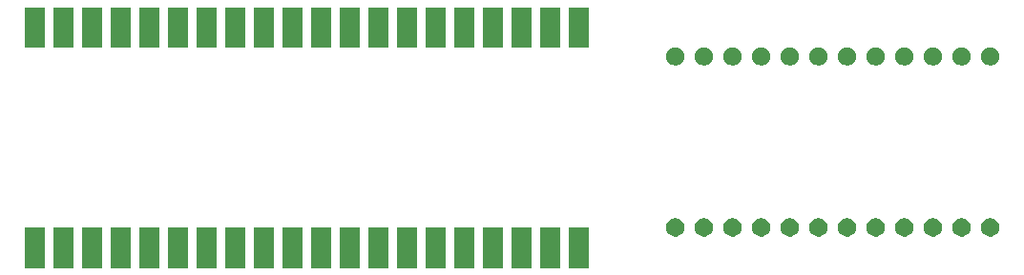
<source format=gbr>
G04 #@! TF.GenerationSoftware,KiCad,Pcbnew,(5.1.6-0-10_14)*
G04 #@! TF.CreationDate,2022-05-05T21:05:38+09:00*
G04 #@! TF.ProjectId,cool640x2,636f6f6c-3634-4307-9832-2e6b69636164,rev?*
G04 #@! TF.SameCoordinates,Original*
G04 #@! TF.FileFunction,Soldermask,Bot*
G04 #@! TF.FilePolarity,Negative*
%FSLAX46Y46*%
G04 Gerber Fmt 4.6, Leading zero omitted, Abs format (unit mm)*
G04 Created by KiCad (PCBNEW (5.1.6-0-10_14)) date 2022-05-05 21:05:38*
%MOMM*%
%LPD*%
G01*
G04 APERTURE LIST*
%ADD10C,0.100000*%
G04 APERTURE END LIST*
D10*
G36*
X113731000Y-102661000D02*
G01*
X111929000Y-102661000D01*
X111929000Y-99059000D01*
X113731000Y-99059000D01*
X113731000Y-102661000D01*
G37*
G36*
X111191000Y-102661000D02*
G01*
X109389000Y-102661000D01*
X109389000Y-99059000D01*
X111191000Y-99059000D01*
X111191000Y-102661000D01*
G37*
G36*
X108651000Y-102661000D02*
G01*
X106849000Y-102661000D01*
X106849000Y-99059000D01*
X108651000Y-99059000D01*
X108651000Y-102661000D01*
G37*
G36*
X106111000Y-102661000D02*
G01*
X104309000Y-102661000D01*
X104309000Y-99059000D01*
X106111000Y-99059000D01*
X106111000Y-102661000D01*
G37*
G36*
X103571000Y-102661000D02*
G01*
X101769000Y-102661000D01*
X101769000Y-99059000D01*
X103571000Y-99059000D01*
X103571000Y-102661000D01*
G37*
G36*
X101031000Y-102661000D02*
G01*
X99229000Y-102661000D01*
X99229000Y-99059000D01*
X101031000Y-99059000D01*
X101031000Y-102661000D01*
G37*
G36*
X98491000Y-102661000D02*
G01*
X96689000Y-102661000D01*
X96689000Y-99059000D01*
X98491000Y-99059000D01*
X98491000Y-102661000D01*
G37*
G36*
X95951000Y-102661000D02*
G01*
X94149000Y-102661000D01*
X94149000Y-99059000D01*
X95951000Y-99059000D01*
X95951000Y-102661000D01*
G37*
G36*
X93411000Y-102661000D02*
G01*
X91609000Y-102661000D01*
X91609000Y-99059000D01*
X93411000Y-99059000D01*
X93411000Y-102661000D01*
G37*
G36*
X90871000Y-102661000D02*
G01*
X89069000Y-102661000D01*
X89069000Y-99059000D01*
X90871000Y-99059000D01*
X90871000Y-102661000D01*
G37*
G36*
X88331000Y-102661000D02*
G01*
X86529000Y-102661000D01*
X86529000Y-99059000D01*
X88331000Y-99059000D01*
X88331000Y-102661000D01*
G37*
G36*
X85791000Y-102661000D02*
G01*
X83989000Y-102661000D01*
X83989000Y-99059000D01*
X85791000Y-99059000D01*
X85791000Y-102661000D01*
G37*
G36*
X83251000Y-102661000D02*
G01*
X81449000Y-102661000D01*
X81449000Y-99059000D01*
X83251000Y-99059000D01*
X83251000Y-102661000D01*
G37*
G36*
X80711000Y-102661000D02*
G01*
X78909000Y-102661000D01*
X78909000Y-99059000D01*
X80711000Y-99059000D01*
X80711000Y-102661000D01*
G37*
G36*
X78171000Y-102661000D02*
G01*
X76369000Y-102661000D01*
X76369000Y-99059000D01*
X78171000Y-99059000D01*
X78171000Y-102661000D01*
G37*
G36*
X75631000Y-102661000D02*
G01*
X73829000Y-102661000D01*
X73829000Y-99059000D01*
X75631000Y-99059000D01*
X75631000Y-102661000D01*
G37*
G36*
X73091000Y-102661000D02*
G01*
X71289000Y-102661000D01*
X71289000Y-99059000D01*
X73091000Y-99059000D01*
X73091000Y-102661000D01*
G37*
G36*
X70551000Y-102661000D02*
G01*
X68749000Y-102661000D01*
X68749000Y-99059000D01*
X70551000Y-99059000D01*
X70551000Y-102661000D01*
G37*
G36*
X68011000Y-102661000D02*
G01*
X66209000Y-102661000D01*
X66209000Y-99059000D01*
X68011000Y-99059000D01*
X68011000Y-102661000D01*
G37*
G36*
X65471000Y-102661000D02*
G01*
X63669000Y-102661000D01*
X63669000Y-99059000D01*
X65471000Y-99059000D01*
X65471000Y-102661000D01*
G37*
G36*
X121599142Y-98276842D02*
G01*
X121747101Y-98338129D01*
X121880255Y-98427099D01*
X121993501Y-98540345D01*
X122082471Y-98673499D01*
X122143758Y-98821458D01*
X122175000Y-98978525D01*
X122175000Y-99138675D01*
X122143758Y-99295742D01*
X122082471Y-99443701D01*
X121993501Y-99576855D01*
X121880255Y-99690101D01*
X121747101Y-99779071D01*
X121599142Y-99840358D01*
X121442075Y-99871600D01*
X121281925Y-99871600D01*
X121124858Y-99840358D01*
X120976899Y-99779071D01*
X120843745Y-99690101D01*
X120730499Y-99576855D01*
X120641529Y-99443701D01*
X120580242Y-99295742D01*
X120549000Y-99138675D01*
X120549000Y-98978525D01*
X120580242Y-98821458D01*
X120641529Y-98673499D01*
X120730499Y-98540345D01*
X120843745Y-98427099D01*
X120976899Y-98338129D01*
X121124858Y-98276842D01*
X121281925Y-98245600D01*
X121442075Y-98245600D01*
X121599142Y-98276842D01*
G37*
G36*
X124139142Y-98276842D02*
G01*
X124287101Y-98338129D01*
X124420255Y-98427099D01*
X124533501Y-98540345D01*
X124622471Y-98673499D01*
X124683758Y-98821458D01*
X124715000Y-98978525D01*
X124715000Y-99138675D01*
X124683758Y-99295742D01*
X124622471Y-99443701D01*
X124533501Y-99576855D01*
X124420255Y-99690101D01*
X124287101Y-99779071D01*
X124139142Y-99840358D01*
X123982075Y-99871600D01*
X123821925Y-99871600D01*
X123664858Y-99840358D01*
X123516899Y-99779071D01*
X123383745Y-99690101D01*
X123270499Y-99576855D01*
X123181529Y-99443701D01*
X123120242Y-99295742D01*
X123089000Y-99138675D01*
X123089000Y-98978525D01*
X123120242Y-98821458D01*
X123181529Y-98673499D01*
X123270499Y-98540345D01*
X123383745Y-98427099D01*
X123516899Y-98338129D01*
X123664858Y-98276842D01*
X123821925Y-98245600D01*
X123982075Y-98245600D01*
X124139142Y-98276842D01*
G37*
G36*
X149539142Y-98276842D02*
G01*
X149687101Y-98338129D01*
X149820255Y-98427099D01*
X149933501Y-98540345D01*
X150022471Y-98673499D01*
X150083758Y-98821458D01*
X150115000Y-98978525D01*
X150115000Y-99138675D01*
X150083758Y-99295742D01*
X150022471Y-99443701D01*
X149933501Y-99576855D01*
X149820255Y-99690101D01*
X149687101Y-99779071D01*
X149539142Y-99840358D01*
X149382075Y-99871600D01*
X149221925Y-99871600D01*
X149064858Y-99840358D01*
X148916899Y-99779071D01*
X148783745Y-99690101D01*
X148670499Y-99576855D01*
X148581529Y-99443701D01*
X148520242Y-99295742D01*
X148489000Y-99138675D01*
X148489000Y-98978525D01*
X148520242Y-98821458D01*
X148581529Y-98673499D01*
X148670499Y-98540345D01*
X148783745Y-98427099D01*
X148916899Y-98338129D01*
X149064858Y-98276842D01*
X149221925Y-98245600D01*
X149382075Y-98245600D01*
X149539142Y-98276842D01*
G37*
G36*
X126679142Y-98276842D02*
G01*
X126827101Y-98338129D01*
X126960255Y-98427099D01*
X127073501Y-98540345D01*
X127162471Y-98673499D01*
X127223758Y-98821458D01*
X127255000Y-98978525D01*
X127255000Y-99138675D01*
X127223758Y-99295742D01*
X127162471Y-99443701D01*
X127073501Y-99576855D01*
X126960255Y-99690101D01*
X126827101Y-99779071D01*
X126679142Y-99840358D01*
X126522075Y-99871600D01*
X126361925Y-99871600D01*
X126204858Y-99840358D01*
X126056899Y-99779071D01*
X125923745Y-99690101D01*
X125810499Y-99576855D01*
X125721529Y-99443701D01*
X125660242Y-99295742D01*
X125629000Y-99138675D01*
X125629000Y-98978525D01*
X125660242Y-98821458D01*
X125721529Y-98673499D01*
X125810499Y-98540345D01*
X125923745Y-98427099D01*
X126056899Y-98338129D01*
X126204858Y-98276842D01*
X126361925Y-98245600D01*
X126522075Y-98245600D01*
X126679142Y-98276842D01*
G37*
G36*
X129219142Y-98276842D02*
G01*
X129367101Y-98338129D01*
X129500255Y-98427099D01*
X129613501Y-98540345D01*
X129702471Y-98673499D01*
X129763758Y-98821458D01*
X129795000Y-98978525D01*
X129795000Y-99138675D01*
X129763758Y-99295742D01*
X129702471Y-99443701D01*
X129613501Y-99576855D01*
X129500255Y-99690101D01*
X129367101Y-99779071D01*
X129219142Y-99840358D01*
X129062075Y-99871600D01*
X128901925Y-99871600D01*
X128744858Y-99840358D01*
X128596899Y-99779071D01*
X128463745Y-99690101D01*
X128350499Y-99576855D01*
X128261529Y-99443701D01*
X128200242Y-99295742D01*
X128169000Y-99138675D01*
X128169000Y-98978525D01*
X128200242Y-98821458D01*
X128261529Y-98673499D01*
X128350499Y-98540345D01*
X128463745Y-98427099D01*
X128596899Y-98338129D01*
X128744858Y-98276842D01*
X128901925Y-98245600D01*
X129062075Y-98245600D01*
X129219142Y-98276842D01*
G37*
G36*
X131759142Y-98276842D02*
G01*
X131907101Y-98338129D01*
X132040255Y-98427099D01*
X132153501Y-98540345D01*
X132242471Y-98673499D01*
X132303758Y-98821458D01*
X132335000Y-98978525D01*
X132335000Y-99138675D01*
X132303758Y-99295742D01*
X132242471Y-99443701D01*
X132153501Y-99576855D01*
X132040255Y-99690101D01*
X131907101Y-99779071D01*
X131759142Y-99840358D01*
X131602075Y-99871600D01*
X131441925Y-99871600D01*
X131284858Y-99840358D01*
X131136899Y-99779071D01*
X131003745Y-99690101D01*
X130890499Y-99576855D01*
X130801529Y-99443701D01*
X130740242Y-99295742D01*
X130709000Y-99138675D01*
X130709000Y-98978525D01*
X130740242Y-98821458D01*
X130801529Y-98673499D01*
X130890499Y-98540345D01*
X131003745Y-98427099D01*
X131136899Y-98338129D01*
X131284858Y-98276842D01*
X131441925Y-98245600D01*
X131602075Y-98245600D01*
X131759142Y-98276842D01*
G37*
G36*
X134299142Y-98276842D02*
G01*
X134447101Y-98338129D01*
X134580255Y-98427099D01*
X134693501Y-98540345D01*
X134782471Y-98673499D01*
X134843758Y-98821458D01*
X134875000Y-98978525D01*
X134875000Y-99138675D01*
X134843758Y-99295742D01*
X134782471Y-99443701D01*
X134693501Y-99576855D01*
X134580255Y-99690101D01*
X134447101Y-99779071D01*
X134299142Y-99840358D01*
X134142075Y-99871600D01*
X133981925Y-99871600D01*
X133824858Y-99840358D01*
X133676899Y-99779071D01*
X133543745Y-99690101D01*
X133430499Y-99576855D01*
X133341529Y-99443701D01*
X133280242Y-99295742D01*
X133249000Y-99138675D01*
X133249000Y-98978525D01*
X133280242Y-98821458D01*
X133341529Y-98673499D01*
X133430499Y-98540345D01*
X133543745Y-98427099D01*
X133676899Y-98338129D01*
X133824858Y-98276842D01*
X133981925Y-98245600D01*
X134142075Y-98245600D01*
X134299142Y-98276842D01*
G37*
G36*
X136839142Y-98276842D02*
G01*
X136987101Y-98338129D01*
X137120255Y-98427099D01*
X137233501Y-98540345D01*
X137322471Y-98673499D01*
X137383758Y-98821458D01*
X137415000Y-98978525D01*
X137415000Y-99138675D01*
X137383758Y-99295742D01*
X137322471Y-99443701D01*
X137233501Y-99576855D01*
X137120255Y-99690101D01*
X136987101Y-99779071D01*
X136839142Y-99840358D01*
X136682075Y-99871600D01*
X136521925Y-99871600D01*
X136364858Y-99840358D01*
X136216899Y-99779071D01*
X136083745Y-99690101D01*
X135970499Y-99576855D01*
X135881529Y-99443701D01*
X135820242Y-99295742D01*
X135789000Y-99138675D01*
X135789000Y-98978525D01*
X135820242Y-98821458D01*
X135881529Y-98673499D01*
X135970499Y-98540345D01*
X136083745Y-98427099D01*
X136216899Y-98338129D01*
X136364858Y-98276842D01*
X136521925Y-98245600D01*
X136682075Y-98245600D01*
X136839142Y-98276842D01*
G37*
G36*
X139379142Y-98276842D02*
G01*
X139527101Y-98338129D01*
X139660255Y-98427099D01*
X139773501Y-98540345D01*
X139862471Y-98673499D01*
X139923758Y-98821458D01*
X139955000Y-98978525D01*
X139955000Y-99138675D01*
X139923758Y-99295742D01*
X139862471Y-99443701D01*
X139773501Y-99576855D01*
X139660255Y-99690101D01*
X139527101Y-99779071D01*
X139379142Y-99840358D01*
X139222075Y-99871600D01*
X139061925Y-99871600D01*
X138904858Y-99840358D01*
X138756899Y-99779071D01*
X138623745Y-99690101D01*
X138510499Y-99576855D01*
X138421529Y-99443701D01*
X138360242Y-99295742D01*
X138329000Y-99138675D01*
X138329000Y-98978525D01*
X138360242Y-98821458D01*
X138421529Y-98673499D01*
X138510499Y-98540345D01*
X138623745Y-98427099D01*
X138756899Y-98338129D01*
X138904858Y-98276842D01*
X139061925Y-98245600D01*
X139222075Y-98245600D01*
X139379142Y-98276842D01*
G37*
G36*
X141919142Y-98276842D02*
G01*
X142067101Y-98338129D01*
X142200255Y-98427099D01*
X142313501Y-98540345D01*
X142402471Y-98673499D01*
X142463758Y-98821458D01*
X142495000Y-98978525D01*
X142495000Y-99138675D01*
X142463758Y-99295742D01*
X142402471Y-99443701D01*
X142313501Y-99576855D01*
X142200255Y-99690101D01*
X142067101Y-99779071D01*
X141919142Y-99840358D01*
X141762075Y-99871600D01*
X141601925Y-99871600D01*
X141444858Y-99840358D01*
X141296899Y-99779071D01*
X141163745Y-99690101D01*
X141050499Y-99576855D01*
X140961529Y-99443701D01*
X140900242Y-99295742D01*
X140869000Y-99138675D01*
X140869000Y-98978525D01*
X140900242Y-98821458D01*
X140961529Y-98673499D01*
X141050499Y-98540345D01*
X141163745Y-98427099D01*
X141296899Y-98338129D01*
X141444858Y-98276842D01*
X141601925Y-98245600D01*
X141762075Y-98245600D01*
X141919142Y-98276842D01*
G37*
G36*
X144459142Y-98276842D02*
G01*
X144607101Y-98338129D01*
X144740255Y-98427099D01*
X144853501Y-98540345D01*
X144942471Y-98673499D01*
X145003758Y-98821458D01*
X145035000Y-98978525D01*
X145035000Y-99138675D01*
X145003758Y-99295742D01*
X144942471Y-99443701D01*
X144853501Y-99576855D01*
X144740255Y-99690101D01*
X144607101Y-99779071D01*
X144459142Y-99840358D01*
X144302075Y-99871600D01*
X144141925Y-99871600D01*
X143984858Y-99840358D01*
X143836899Y-99779071D01*
X143703745Y-99690101D01*
X143590499Y-99576855D01*
X143501529Y-99443701D01*
X143440242Y-99295742D01*
X143409000Y-99138675D01*
X143409000Y-98978525D01*
X143440242Y-98821458D01*
X143501529Y-98673499D01*
X143590499Y-98540345D01*
X143703745Y-98427099D01*
X143836899Y-98338129D01*
X143984858Y-98276842D01*
X144141925Y-98245600D01*
X144302075Y-98245600D01*
X144459142Y-98276842D01*
G37*
G36*
X146999142Y-98276842D02*
G01*
X147147101Y-98338129D01*
X147280255Y-98427099D01*
X147393501Y-98540345D01*
X147482471Y-98673499D01*
X147543758Y-98821458D01*
X147575000Y-98978525D01*
X147575000Y-99138675D01*
X147543758Y-99295742D01*
X147482471Y-99443701D01*
X147393501Y-99576855D01*
X147280255Y-99690101D01*
X147147101Y-99779071D01*
X146999142Y-99840358D01*
X146842075Y-99871600D01*
X146681925Y-99871600D01*
X146524858Y-99840358D01*
X146376899Y-99779071D01*
X146243745Y-99690101D01*
X146130499Y-99576855D01*
X146041529Y-99443701D01*
X145980242Y-99295742D01*
X145949000Y-99138675D01*
X145949000Y-98978525D01*
X145980242Y-98821458D01*
X146041529Y-98673499D01*
X146130499Y-98540345D01*
X146243745Y-98427099D01*
X146376899Y-98338129D01*
X146524858Y-98276842D01*
X146681925Y-98245600D01*
X146842075Y-98245600D01*
X146999142Y-98276842D01*
G37*
G36*
X131759142Y-83056842D02*
G01*
X131907101Y-83118129D01*
X132040255Y-83207099D01*
X132153501Y-83320345D01*
X132242471Y-83453499D01*
X132303758Y-83601458D01*
X132335000Y-83758525D01*
X132335000Y-83918675D01*
X132303758Y-84075742D01*
X132242471Y-84223701D01*
X132153501Y-84356855D01*
X132040255Y-84470101D01*
X131907101Y-84559071D01*
X131759142Y-84620358D01*
X131602075Y-84651600D01*
X131441925Y-84651600D01*
X131284858Y-84620358D01*
X131136899Y-84559071D01*
X131003745Y-84470101D01*
X130890499Y-84356855D01*
X130801529Y-84223701D01*
X130740242Y-84075742D01*
X130709000Y-83918675D01*
X130709000Y-83758525D01*
X130740242Y-83601458D01*
X130801529Y-83453499D01*
X130890499Y-83320345D01*
X131003745Y-83207099D01*
X131136899Y-83118129D01*
X131284858Y-83056842D01*
X131441925Y-83025600D01*
X131602075Y-83025600D01*
X131759142Y-83056842D01*
G37*
G36*
X134299142Y-83056842D02*
G01*
X134447101Y-83118129D01*
X134580255Y-83207099D01*
X134693501Y-83320345D01*
X134782471Y-83453499D01*
X134843758Y-83601458D01*
X134875000Y-83758525D01*
X134875000Y-83918675D01*
X134843758Y-84075742D01*
X134782471Y-84223701D01*
X134693501Y-84356855D01*
X134580255Y-84470101D01*
X134447101Y-84559071D01*
X134299142Y-84620358D01*
X134142075Y-84651600D01*
X133981925Y-84651600D01*
X133824858Y-84620358D01*
X133676899Y-84559071D01*
X133543745Y-84470101D01*
X133430499Y-84356855D01*
X133341529Y-84223701D01*
X133280242Y-84075742D01*
X133249000Y-83918675D01*
X133249000Y-83758525D01*
X133280242Y-83601458D01*
X133341529Y-83453499D01*
X133430499Y-83320345D01*
X133543745Y-83207099D01*
X133676899Y-83118129D01*
X133824858Y-83056842D01*
X133981925Y-83025600D01*
X134142075Y-83025600D01*
X134299142Y-83056842D01*
G37*
G36*
X136839142Y-83056842D02*
G01*
X136987101Y-83118129D01*
X137120255Y-83207099D01*
X137233501Y-83320345D01*
X137322471Y-83453499D01*
X137383758Y-83601458D01*
X137415000Y-83758525D01*
X137415000Y-83918675D01*
X137383758Y-84075742D01*
X137322471Y-84223701D01*
X137233501Y-84356855D01*
X137120255Y-84470101D01*
X136987101Y-84559071D01*
X136839142Y-84620358D01*
X136682075Y-84651600D01*
X136521925Y-84651600D01*
X136364858Y-84620358D01*
X136216899Y-84559071D01*
X136083745Y-84470101D01*
X135970499Y-84356855D01*
X135881529Y-84223701D01*
X135820242Y-84075742D01*
X135789000Y-83918675D01*
X135789000Y-83758525D01*
X135820242Y-83601458D01*
X135881529Y-83453499D01*
X135970499Y-83320345D01*
X136083745Y-83207099D01*
X136216899Y-83118129D01*
X136364858Y-83056842D01*
X136521925Y-83025600D01*
X136682075Y-83025600D01*
X136839142Y-83056842D01*
G37*
G36*
X139379142Y-83056842D02*
G01*
X139527101Y-83118129D01*
X139660255Y-83207099D01*
X139773501Y-83320345D01*
X139862471Y-83453499D01*
X139923758Y-83601458D01*
X139955000Y-83758525D01*
X139955000Y-83918675D01*
X139923758Y-84075742D01*
X139862471Y-84223701D01*
X139773501Y-84356855D01*
X139660255Y-84470101D01*
X139527101Y-84559071D01*
X139379142Y-84620358D01*
X139222075Y-84651600D01*
X139061925Y-84651600D01*
X138904858Y-84620358D01*
X138756899Y-84559071D01*
X138623745Y-84470101D01*
X138510499Y-84356855D01*
X138421529Y-84223701D01*
X138360242Y-84075742D01*
X138329000Y-83918675D01*
X138329000Y-83758525D01*
X138360242Y-83601458D01*
X138421529Y-83453499D01*
X138510499Y-83320345D01*
X138623745Y-83207099D01*
X138756899Y-83118129D01*
X138904858Y-83056842D01*
X139061925Y-83025600D01*
X139222075Y-83025600D01*
X139379142Y-83056842D01*
G37*
G36*
X141919142Y-83056842D02*
G01*
X142067101Y-83118129D01*
X142200255Y-83207099D01*
X142313501Y-83320345D01*
X142402471Y-83453499D01*
X142463758Y-83601458D01*
X142495000Y-83758525D01*
X142495000Y-83918675D01*
X142463758Y-84075742D01*
X142402471Y-84223701D01*
X142313501Y-84356855D01*
X142200255Y-84470101D01*
X142067101Y-84559071D01*
X141919142Y-84620358D01*
X141762075Y-84651600D01*
X141601925Y-84651600D01*
X141444858Y-84620358D01*
X141296899Y-84559071D01*
X141163745Y-84470101D01*
X141050499Y-84356855D01*
X140961529Y-84223701D01*
X140900242Y-84075742D01*
X140869000Y-83918675D01*
X140869000Y-83758525D01*
X140900242Y-83601458D01*
X140961529Y-83453499D01*
X141050499Y-83320345D01*
X141163745Y-83207099D01*
X141296899Y-83118129D01*
X141444858Y-83056842D01*
X141601925Y-83025600D01*
X141762075Y-83025600D01*
X141919142Y-83056842D01*
G37*
G36*
X144459142Y-83056842D02*
G01*
X144607101Y-83118129D01*
X144740255Y-83207099D01*
X144853501Y-83320345D01*
X144942471Y-83453499D01*
X145003758Y-83601458D01*
X145035000Y-83758525D01*
X145035000Y-83918675D01*
X145003758Y-84075742D01*
X144942471Y-84223701D01*
X144853501Y-84356855D01*
X144740255Y-84470101D01*
X144607101Y-84559071D01*
X144459142Y-84620358D01*
X144302075Y-84651600D01*
X144141925Y-84651600D01*
X143984858Y-84620358D01*
X143836899Y-84559071D01*
X143703745Y-84470101D01*
X143590499Y-84356855D01*
X143501529Y-84223701D01*
X143440242Y-84075742D01*
X143409000Y-83918675D01*
X143409000Y-83758525D01*
X143440242Y-83601458D01*
X143501529Y-83453499D01*
X143590499Y-83320345D01*
X143703745Y-83207099D01*
X143836899Y-83118129D01*
X143984858Y-83056842D01*
X144141925Y-83025600D01*
X144302075Y-83025600D01*
X144459142Y-83056842D01*
G37*
G36*
X146999142Y-83056842D02*
G01*
X147147101Y-83118129D01*
X147280255Y-83207099D01*
X147393501Y-83320345D01*
X147482471Y-83453499D01*
X147543758Y-83601458D01*
X147575000Y-83758525D01*
X147575000Y-83918675D01*
X147543758Y-84075742D01*
X147482471Y-84223701D01*
X147393501Y-84356855D01*
X147280255Y-84470101D01*
X147147101Y-84559071D01*
X146999142Y-84620358D01*
X146842075Y-84651600D01*
X146681925Y-84651600D01*
X146524858Y-84620358D01*
X146376899Y-84559071D01*
X146243745Y-84470101D01*
X146130499Y-84356855D01*
X146041529Y-84223701D01*
X145980242Y-84075742D01*
X145949000Y-83918675D01*
X145949000Y-83758525D01*
X145980242Y-83601458D01*
X146041529Y-83453499D01*
X146130499Y-83320345D01*
X146243745Y-83207099D01*
X146376899Y-83118129D01*
X146524858Y-83056842D01*
X146681925Y-83025600D01*
X146842075Y-83025600D01*
X146999142Y-83056842D01*
G37*
G36*
X149539142Y-83056842D02*
G01*
X149687101Y-83118129D01*
X149820255Y-83207099D01*
X149933501Y-83320345D01*
X150022471Y-83453499D01*
X150083758Y-83601458D01*
X150115000Y-83758525D01*
X150115000Y-83918675D01*
X150083758Y-84075742D01*
X150022471Y-84223701D01*
X149933501Y-84356855D01*
X149820255Y-84470101D01*
X149687101Y-84559071D01*
X149539142Y-84620358D01*
X149382075Y-84651600D01*
X149221925Y-84651600D01*
X149064858Y-84620358D01*
X148916899Y-84559071D01*
X148783745Y-84470101D01*
X148670499Y-84356855D01*
X148581529Y-84223701D01*
X148520242Y-84075742D01*
X148489000Y-83918675D01*
X148489000Y-83758525D01*
X148520242Y-83601458D01*
X148581529Y-83453499D01*
X148670499Y-83320345D01*
X148783745Y-83207099D01*
X148916899Y-83118129D01*
X149064858Y-83056842D01*
X149221925Y-83025600D01*
X149382075Y-83025600D01*
X149539142Y-83056842D01*
G37*
G36*
X124139142Y-83056842D02*
G01*
X124287101Y-83118129D01*
X124420255Y-83207099D01*
X124533501Y-83320345D01*
X124622471Y-83453499D01*
X124683758Y-83601458D01*
X124715000Y-83758525D01*
X124715000Y-83918675D01*
X124683758Y-84075742D01*
X124622471Y-84223701D01*
X124533501Y-84356855D01*
X124420255Y-84470101D01*
X124287101Y-84559071D01*
X124139142Y-84620358D01*
X123982075Y-84651600D01*
X123821925Y-84651600D01*
X123664858Y-84620358D01*
X123516899Y-84559071D01*
X123383745Y-84470101D01*
X123270499Y-84356855D01*
X123181529Y-84223701D01*
X123120242Y-84075742D01*
X123089000Y-83918675D01*
X123089000Y-83758525D01*
X123120242Y-83601458D01*
X123181529Y-83453499D01*
X123270499Y-83320345D01*
X123383745Y-83207099D01*
X123516899Y-83118129D01*
X123664858Y-83056842D01*
X123821925Y-83025600D01*
X123982075Y-83025600D01*
X124139142Y-83056842D01*
G37*
G36*
X126679142Y-83056842D02*
G01*
X126827101Y-83118129D01*
X126960255Y-83207099D01*
X127073501Y-83320345D01*
X127162471Y-83453499D01*
X127223758Y-83601458D01*
X127255000Y-83758525D01*
X127255000Y-83918675D01*
X127223758Y-84075742D01*
X127162471Y-84223701D01*
X127073501Y-84356855D01*
X126960255Y-84470101D01*
X126827101Y-84559071D01*
X126679142Y-84620358D01*
X126522075Y-84651600D01*
X126361925Y-84651600D01*
X126204858Y-84620358D01*
X126056899Y-84559071D01*
X125923745Y-84470101D01*
X125810499Y-84356855D01*
X125721529Y-84223701D01*
X125660242Y-84075742D01*
X125629000Y-83918675D01*
X125629000Y-83758525D01*
X125660242Y-83601458D01*
X125721529Y-83453499D01*
X125810499Y-83320345D01*
X125923745Y-83207099D01*
X126056899Y-83118129D01*
X126204858Y-83056842D01*
X126361925Y-83025600D01*
X126522075Y-83025600D01*
X126679142Y-83056842D01*
G37*
G36*
X129219142Y-83056842D02*
G01*
X129367101Y-83118129D01*
X129500255Y-83207099D01*
X129613501Y-83320345D01*
X129702471Y-83453499D01*
X129763758Y-83601458D01*
X129795000Y-83758525D01*
X129795000Y-83918675D01*
X129763758Y-84075742D01*
X129702471Y-84223701D01*
X129613501Y-84356855D01*
X129500255Y-84470101D01*
X129367101Y-84559071D01*
X129219142Y-84620358D01*
X129062075Y-84651600D01*
X128901925Y-84651600D01*
X128744858Y-84620358D01*
X128596899Y-84559071D01*
X128463745Y-84470101D01*
X128350499Y-84356855D01*
X128261529Y-84223701D01*
X128200242Y-84075742D01*
X128169000Y-83918675D01*
X128169000Y-83758525D01*
X128200242Y-83601458D01*
X128261529Y-83453499D01*
X128350499Y-83320345D01*
X128463745Y-83207099D01*
X128596899Y-83118129D01*
X128744858Y-83056842D01*
X128901925Y-83025600D01*
X129062075Y-83025600D01*
X129219142Y-83056842D01*
G37*
G36*
X121599142Y-83056842D02*
G01*
X121747101Y-83118129D01*
X121880255Y-83207099D01*
X121993501Y-83320345D01*
X122082471Y-83453499D01*
X122143758Y-83601458D01*
X122175000Y-83758525D01*
X122175000Y-83918675D01*
X122143758Y-84075742D01*
X122082471Y-84223701D01*
X121993501Y-84356855D01*
X121880255Y-84470101D01*
X121747101Y-84559071D01*
X121599142Y-84620358D01*
X121442075Y-84651600D01*
X121281925Y-84651600D01*
X121124858Y-84620358D01*
X120976899Y-84559071D01*
X120843745Y-84470101D01*
X120730499Y-84356855D01*
X120641529Y-84223701D01*
X120580242Y-84075742D01*
X120549000Y-83918675D01*
X120549000Y-83758525D01*
X120580242Y-83601458D01*
X120641529Y-83453499D01*
X120730499Y-83320345D01*
X120843745Y-83207099D01*
X120976899Y-83118129D01*
X121124858Y-83056842D01*
X121281925Y-83025600D01*
X121442075Y-83025600D01*
X121599142Y-83056842D01*
G37*
G36*
X103571000Y-83081000D02*
G01*
X101769000Y-83081000D01*
X101769000Y-79479000D01*
X103571000Y-79479000D01*
X103571000Y-83081000D01*
G37*
G36*
X101031000Y-83081000D02*
G01*
X99229000Y-83081000D01*
X99229000Y-79479000D01*
X101031000Y-79479000D01*
X101031000Y-83081000D01*
G37*
G36*
X98491000Y-83081000D02*
G01*
X96689000Y-83081000D01*
X96689000Y-79479000D01*
X98491000Y-79479000D01*
X98491000Y-83081000D01*
G37*
G36*
X95951000Y-83081000D02*
G01*
X94149000Y-83081000D01*
X94149000Y-79479000D01*
X95951000Y-79479000D01*
X95951000Y-83081000D01*
G37*
G36*
X93411000Y-83081000D02*
G01*
X91609000Y-83081000D01*
X91609000Y-79479000D01*
X93411000Y-79479000D01*
X93411000Y-83081000D01*
G37*
G36*
X90871000Y-83081000D02*
G01*
X89069000Y-83081000D01*
X89069000Y-79479000D01*
X90871000Y-79479000D01*
X90871000Y-83081000D01*
G37*
G36*
X88331000Y-83081000D02*
G01*
X86529000Y-83081000D01*
X86529000Y-79479000D01*
X88331000Y-79479000D01*
X88331000Y-83081000D01*
G37*
G36*
X85791000Y-83081000D02*
G01*
X83989000Y-83081000D01*
X83989000Y-79479000D01*
X85791000Y-79479000D01*
X85791000Y-83081000D01*
G37*
G36*
X83251000Y-83081000D02*
G01*
X81449000Y-83081000D01*
X81449000Y-79479000D01*
X83251000Y-79479000D01*
X83251000Y-83081000D01*
G37*
G36*
X80711000Y-83081000D02*
G01*
X78909000Y-83081000D01*
X78909000Y-79479000D01*
X80711000Y-79479000D01*
X80711000Y-83081000D01*
G37*
G36*
X78171000Y-83081000D02*
G01*
X76369000Y-83081000D01*
X76369000Y-79479000D01*
X78171000Y-79479000D01*
X78171000Y-83081000D01*
G37*
G36*
X75631000Y-83081000D02*
G01*
X73829000Y-83081000D01*
X73829000Y-79479000D01*
X75631000Y-79479000D01*
X75631000Y-83081000D01*
G37*
G36*
X73091000Y-83081000D02*
G01*
X71289000Y-83081000D01*
X71289000Y-79479000D01*
X73091000Y-79479000D01*
X73091000Y-83081000D01*
G37*
G36*
X70551000Y-83081000D02*
G01*
X68749000Y-83081000D01*
X68749000Y-79479000D01*
X70551000Y-79479000D01*
X70551000Y-83081000D01*
G37*
G36*
X68011000Y-83081000D02*
G01*
X66209000Y-83081000D01*
X66209000Y-79479000D01*
X68011000Y-79479000D01*
X68011000Y-83081000D01*
G37*
G36*
X65471000Y-83081000D02*
G01*
X63669000Y-83081000D01*
X63669000Y-79479000D01*
X65471000Y-79479000D01*
X65471000Y-83081000D01*
G37*
G36*
X106111000Y-83081000D02*
G01*
X104309000Y-83081000D01*
X104309000Y-79479000D01*
X106111000Y-79479000D01*
X106111000Y-83081000D01*
G37*
G36*
X108651000Y-83081000D02*
G01*
X106849000Y-83081000D01*
X106849000Y-79479000D01*
X108651000Y-79479000D01*
X108651000Y-83081000D01*
G37*
G36*
X111191000Y-83081000D02*
G01*
X109389000Y-83081000D01*
X109389000Y-79479000D01*
X111191000Y-79479000D01*
X111191000Y-83081000D01*
G37*
G36*
X113731000Y-83081000D02*
G01*
X111929000Y-83081000D01*
X111929000Y-79479000D01*
X113731000Y-79479000D01*
X113731000Y-83081000D01*
G37*
M02*

</source>
